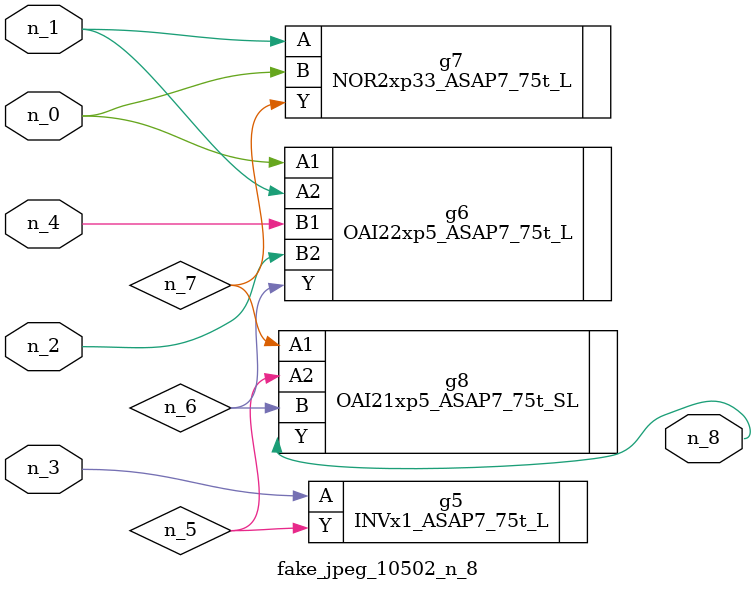
<source format=v>
module fake_jpeg_10502_n_8 (n_3, n_2, n_1, n_0, n_4, n_8);

input n_3;
input n_2;
input n_1;
input n_0;
input n_4;

output n_8;

wire n_6;
wire n_5;
wire n_7;

INVx1_ASAP7_75t_L g5 ( 
.A(n_3),
.Y(n_5)
);

OAI22xp5_ASAP7_75t_L g6 ( 
.A1(n_0),
.A2(n_1),
.B1(n_4),
.B2(n_2),
.Y(n_6)
);

NOR2xp33_ASAP7_75t_L g7 ( 
.A(n_1),
.B(n_0),
.Y(n_7)
);

OAI21xp5_ASAP7_75t_SL g8 ( 
.A1(n_7),
.A2(n_5),
.B(n_6),
.Y(n_8)
);


endmodule
</source>
